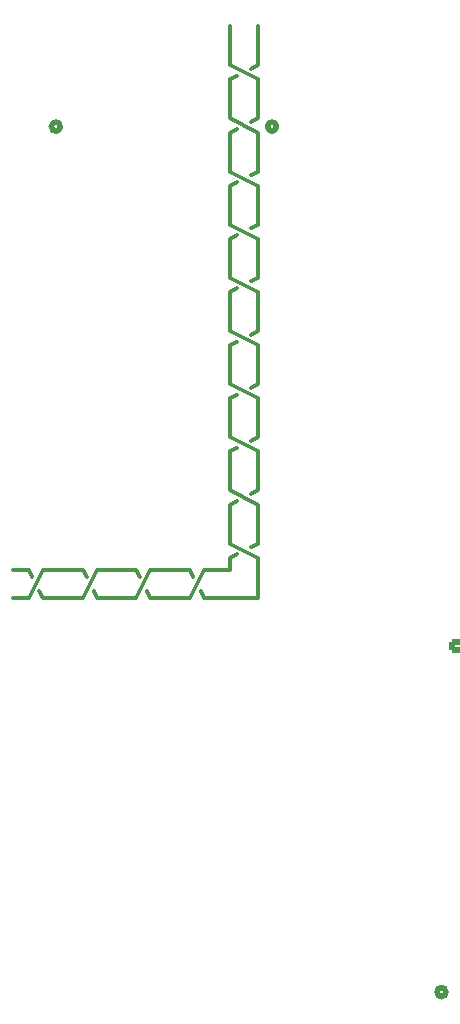
<source format=gbo>
G04 #@! TF.GenerationSoftware,KiCad,Pcbnew,8.0.6*
G04 #@! TF.CreationDate,2025-03-23T16:03:48+01:00*
G04 #@! TF.ProjectId,RS485-insolated-repeater,52533438-352d-4696-9e73-6f6c61746564,v1.0*
G04 #@! TF.SameCoordinates,Original*
G04 #@! TF.FileFunction,Legend,Bot*
G04 #@! TF.FilePolarity,Positive*
%FSLAX46Y46*%
G04 Gerber Fmt 4.6, Leading zero omitted, Abs format (unit mm)*
G04 Created by KiCad (PCBNEW 8.0.6) date 2025-03-23 16:03:48*
%MOMM*%
%LPD*%
G01*
G04 APERTURE LIST*
G04 Aperture macros list*
%AMRoundRect*
0 Rectangle with rounded corners*
0 $1 Rounding radius*
0 $2 $3 $4 $5 $6 $7 $8 $9 X,Y pos of 4 corners*
0 Add a 4 corners polygon primitive as box body*
4,1,4,$2,$3,$4,$5,$6,$7,$8,$9,$2,$3,0*
0 Add four circle primitives for the rounded corners*
1,1,$1+$1,$2,$3*
1,1,$1+$1,$4,$5*
1,1,$1+$1,$6,$7*
1,1,$1+$1,$8,$9*
0 Add four rect primitives between the rounded corners*
20,1,$1+$1,$2,$3,$4,$5,0*
20,1,$1+$1,$4,$5,$6,$7,0*
20,1,$1+$1,$6,$7,$8,$9,0*
20,1,$1+$1,$8,$9,$2,$3,0*%
G04 Aperture macros list end*
%ADD10C,0.300000*%
%ADD11C,0.508000*%
%ADD12O,1.800000X1.000000*%
%ADD13O,2.100000X1.000000*%
%ADD14C,0.650000*%
%ADD15C,1.803400*%
%ADD16C,5.700000*%
%ADD17O,1.750000X1.200000*%
%ADD18RoundRect,0.250000X0.625000X-0.350000X0.625000X0.350000X-0.625000X0.350000X-0.625000X-0.350000X0*%
%ADD19C,2.000000*%
%ADD20R,2.000000X2.000000*%
%ADD21C,1.500000*%
G04 APERTURE END LIST*
D10*
X140400000Y-99100000D02*
X141000000Y-98800000D01*
X138600000Y-100000000D02*
X139200000Y-99700000D01*
X138600000Y-98800000D02*
X141000000Y-100000000D01*
X140400000Y-94600000D02*
X141000000Y-94300000D01*
X138600000Y-95500000D02*
X139200000Y-95200000D01*
X138600000Y-94300000D02*
X141000000Y-95500000D01*
X140400000Y-90100000D02*
X141000000Y-89800000D01*
X138600000Y-91000000D02*
X139200000Y-90700000D01*
X138600000Y-89800000D02*
X141000000Y-91000000D01*
X140400000Y-85600000D02*
X141000000Y-85300000D01*
X138600000Y-86500000D02*
X139200000Y-86200000D01*
X138600000Y-85300000D02*
X141000000Y-86500000D01*
X140400000Y-81100000D02*
X141000000Y-80800000D01*
X138600000Y-82000000D02*
X139200000Y-81700000D01*
X138600000Y-80800000D02*
X141000000Y-82000000D01*
X140400000Y-76600000D02*
X141000000Y-76300000D01*
X138600000Y-77500000D02*
X139200000Y-77200000D01*
X138600000Y-76300000D02*
X141000000Y-77500000D01*
X140400000Y-72100000D02*
X141000000Y-71800000D01*
X138600000Y-73000000D02*
X139200000Y-72700000D01*
X138600000Y-71800000D02*
X141000000Y-73000000D01*
X121550000Y-107900000D02*
X120200000Y-107900000D01*
X121575000Y-105500000D02*
X120200000Y-105500000D01*
X126150000Y-107900000D02*
X122800000Y-107900000D01*
X126150000Y-105500000D02*
X122800000Y-105500000D01*
X130650000Y-107900000D02*
X127300000Y-107900000D01*
X130675000Y-105500000D02*
X127325000Y-105500000D01*
X135175000Y-107900000D02*
X131825000Y-107900000D01*
X135200000Y-105500000D02*
X131850000Y-105500000D01*
X121550000Y-105500000D02*
X121850000Y-106100000D01*
X122750000Y-105500000D02*
X121550000Y-107900000D01*
X122450000Y-107300000D02*
X122750000Y-107900000D01*
X126150000Y-105500000D02*
X126450000Y-106100000D01*
X127350000Y-105500000D02*
X126150000Y-107900000D01*
X127050000Y-107300000D02*
X127350000Y-107900000D01*
X130650000Y-105500000D02*
X130950000Y-106100000D01*
X131850000Y-105500000D02*
X130650000Y-107900000D01*
X131550000Y-107300000D02*
X131850000Y-107900000D01*
X141000000Y-107900000D02*
X136400000Y-107900000D01*
X135200000Y-105500000D02*
X135500000Y-106100000D01*
X136400000Y-105500000D02*
X135200000Y-107900000D01*
X136100000Y-107300000D02*
X136400000Y-107900000D01*
X138600000Y-105500000D02*
X136400000Y-105500000D01*
X141000000Y-103300000D02*
X140400000Y-103600000D01*
X139200000Y-104200000D02*
X138600000Y-104500000D01*
X141000000Y-104500000D02*
X138600000Y-103300000D01*
X139200000Y-68200000D02*
X138600000Y-68500000D01*
X141000000Y-67300000D02*
X140400000Y-67600000D01*
X141000000Y-68500000D02*
X138600000Y-67300000D01*
X140400000Y-63100000D02*
X141000000Y-62800000D01*
X138600000Y-64000000D02*
X139200000Y-63700000D01*
X138600000Y-62800000D02*
X141000000Y-64000000D01*
X138600000Y-59500000D02*
X138600000Y-62800000D01*
X138600000Y-64000000D02*
X138600000Y-67300000D01*
X138600000Y-68500000D02*
X138600000Y-71800000D01*
X138600000Y-73000000D02*
X138600000Y-76300000D01*
X138600000Y-77500000D02*
X138600000Y-80800000D01*
X138600000Y-82000000D02*
X138600000Y-85300000D01*
X138600000Y-86500000D02*
X138600000Y-89800000D01*
X138600000Y-91000000D02*
X138600000Y-94300000D01*
X138600000Y-95500000D02*
X138600000Y-98800000D01*
X138600000Y-100000000D02*
X138600000Y-103300000D01*
X138600000Y-104500000D02*
X138600000Y-105500000D01*
X141000000Y-59500000D02*
X141000000Y-62800000D01*
X141000000Y-64000000D02*
X141000000Y-67300000D01*
X141000000Y-68500000D02*
X141000000Y-71800000D01*
X141000000Y-73000000D02*
X141000000Y-76300000D01*
X141000000Y-77500000D02*
X141000000Y-80800000D01*
X141000000Y-82000000D02*
X141000000Y-85300000D01*
X141000000Y-86500000D02*
X141000000Y-89800000D01*
X141000000Y-91000000D02*
X141000000Y-94300000D01*
X141000000Y-95500000D02*
X141000000Y-98800000D01*
X141000000Y-100000000D02*
X141000000Y-103300000D01*
X141000000Y-104500000D02*
X141000000Y-107800000D01*
D11*
X124230600Y-68000000D02*
G75*
G02*
X123468600Y-68000000I-381000J0D01*
G01*
X123468600Y-68000000D02*
G75*
G02*
X124230600Y-68000000I381000J0D01*
G01*
X156881399Y-141277302D02*
G75*
G02*
X156119399Y-141277302I-381000J0D01*
G01*
X156119399Y-141277302D02*
G75*
G02*
X156881399Y-141277302I381000J0D01*
G01*
X142530601Y-68000000D02*
G75*
G02*
X141768601Y-68000000I-381000J0D01*
G01*
X141768601Y-68000000D02*
G75*
G02*
X142530601Y-68000000I381000J0D01*
G01*
%LPC*%
D12*
X161899999Y-76080000D03*
D13*
X157719999Y-76080000D03*
D12*
X161899999Y-84720000D03*
D13*
X157719999Y-84720000D03*
D14*
X158219999Y-77510000D03*
X158219999Y-83290000D03*
D15*
X134500000Y-68000000D03*
X131000000Y-68000000D03*
X127499999Y-68000000D03*
D16*
X121700000Y-144750000D03*
D15*
X149349999Y-141277302D03*
X152850000Y-141277302D03*
D17*
X157949999Y-108000000D03*
X157949999Y-110000000D03*
D18*
X157949999Y-112000000D03*
D19*
X131300000Y-123300000D03*
D20*
X126300000Y-123300000D03*
D16*
X159450000Y-144750000D03*
D21*
X119000000Y-102890000D03*
X119000000Y-105430000D03*
X119000000Y-107970000D03*
X119000000Y-110510000D03*
D16*
X159450000Y-64500000D03*
X121700000Y-64500000D03*
D15*
X149300001Y-68000000D03*
X145800000Y-68000000D03*
%LPD*%
M02*

</source>
